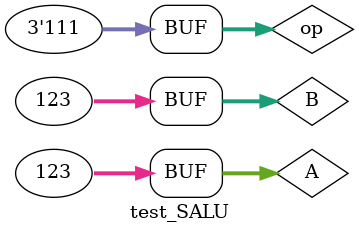
<source format=v>
`timescale 1ns / 1ps


module test_SALU;

	// Inputs
	reg [31:0] A;
	reg [31:0] B;
	reg [2:0] op;

	// Outputs
	wire [31:0] C;
	wire zero;
	wire [31:0] result1;
	wire [1:0] S;

	// Instantiate the Unit Under Test (UUT)
	ALUSCPU uut (
		.A(A), 
		.B(B), 
		.op(op), 
		.C(C), 
		.zero(zero), 
		.result1(result1), 
		.S(S)
	);

	initial begin
		// Initialize Inputs
		// Initialize Inputs
		A = 123;
		B = 456;
		op = 0;

		// Wait 100 ns for global reset to finish
		#100;
      op=1;
		#100;
		op=2;
		#100;
		op=3;
		#100;
		op=4;
		#100;
		op=6;
		#100;
		op=7;
		#100;
		B=123;
		op=6;
		#100;
		op=7;
		#100;
        
		// Add stimulus here

	end
      
endmodule


</source>
